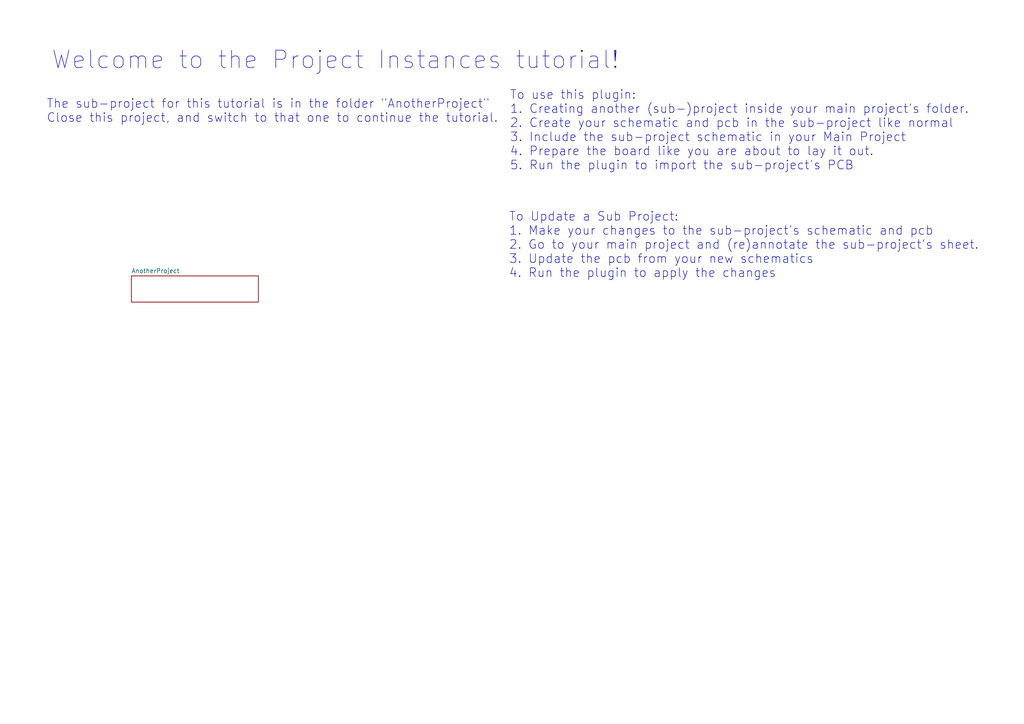
<source format=kicad_sch>
(kicad_sch
	(version 20231120)
	(generator "eeschema")
	(generator_version "8.0")
	(uuid "71a5d5d5-ac63-464b-b27a-16998fd953c3")
	(paper "A4")
	(lib_symbols)
	(text "The sub-project for this tutorial is in the folder \"AnotherProject\"\nClose this project, and switch to that one to continue the tutorial."
		(exclude_from_sim no)
		(at 13.462 32.258 0)
		(effects
			(font
				(size 2.54 2.54)
			)
			(justify left)
		)
		(uuid "23122cb7-0008-4c38-9549-69cda9f4761f")
	)
	(text "Welcome to the Project Instances tutorial!"
		(exclude_from_sim no)
		(at 97.282 17.526 0)
		(effects
			(font
				(size 5.08 5.08)
			)
		)
		(uuid "5a369934-5927-4ce9-ab83-81108a9c20da")
	)
	(text "To Update a Sub Project:\n1. Make your changes to the sub-project's schematic and pcb\n2. Go to your main project and (re)annotate the sub-project's sheet.\n3. Update the pcb from your new schematics\n4. Run the plugin to apply the changes"
		(exclude_from_sim no)
		(at 147.574 71.12 0)
		(effects
			(font
				(size 2.54 2.54)
			)
			(justify left)
		)
		(uuid "70c7a203-d193-41a1-8690-a29d3c342c86")
	)
	(text "To use this plugin:\n1. Creating another (sub-)project inside your main project's folder.\n2. Create your schematic and pcb in the sub-project like normal\n3. Include the sub-project schematic in your Main Project\n4. Prepare the board like you are about to lay it out.\n5. Run the plugin to import the sub-project's PCB"
		(exclude_from_sim no)
		(at 147.828 37.846 0)
		(effects
			(font
				(size 2.54 2.54)
			)
			(justify left)
		)
		(uuid "be8ffe31-06b0-4db1-bd77-98b3ebde34d1")
	)
	(sheet
		(at 38.1 80.01)
		(size 36.83 7.62)
		(fields_autoplaced yes)
		(stroke
			(width 0.1524)
			(type solid)
		)
		(fill
			(color 0 0 0 0.0000)
		)
		(uuid "2f062dbb-1a2a-48ed-951f-3509fa8fb482")
		(property "Sheetname" "AnotherProject"
			(at 38.1 79.2984 0)
			(effects
				(font
					(size 1.27 1.27)
				)
				(justify left bottom)
			)
		)
		(property "Sheetfile" "AnotherProject/AnotherProject.kicad_sch"
			(at 38.1 88.2146 0)
			(effects
				(font
					(size 1.27 1.27)
				)
				(justify left top)
				(hide yes)
			)
		)
		(instances
			(project "Tutorial"
				(path "/71a5d5d5-ac63-464b-b27a-16998fd953c3"
					(page "2")
				)
			)
		)
	)
	(sheet_instances
		(path "/"
			(page "1")
		)
	)
)

</source>
